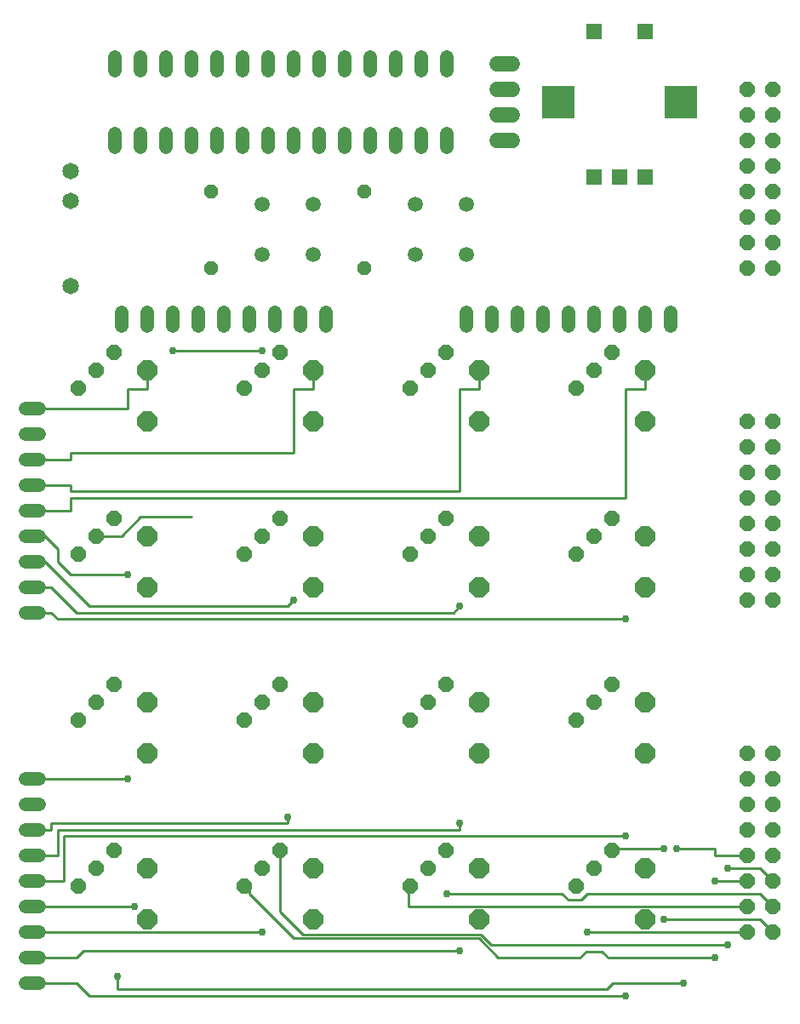
<source format=gtl>
G04 EAGLE Gerber RS-274X export*
G75*
%MOMM*%
%FSLAX34Y34*%
%LPD*%
%INTop Copper*%
%IPPOS*%
%AMOC8*
5,1,8,0,0,1.08239X$1,22.5*%
G01*
%ADD10P,2.110661X8X22.500000*%
%ADD11P,1.632244X8X67.500000*%
%ADD12C,1.650000*%
%ADD13R,1.508000X1.508000*%
%ADD14R,3.216000X3.216000*%
%ADD15C,1.508000*%
%ADD16P,1.649562X8X292.500000*%
%ADD17C,1.320800*%
%ADD18C,1.524000*%
%ADD19P,1.429621X8X112.500000*%
%ADD20P,1.649562X8X112.500000*%
%ADD21C,0.254000*%
%ADD22C,0.756400*%


D10*
X152400Y584200D03*
X152400Y635000D03*
D11*
X101600Y635000D03*
X83640Y617039D03*
X119561Y652961D03*
D10*
X317500Y584200D03*
X317500Y635000D03*
D11*
X266700Y635000D03*
X248740Y617039D03*
X284661Y652961D03*
D10*
X482600Y584200D03*
X482600Y635000D03*
D11*
X431800Y635000D03*
X413840Y617039D03*
X449761Y652961D03*
D10*
X647700Y584200D03*
X647700Y635000D03*
D11*
X596900Y635000D03*
X578940Y617039D03*
X614861Y652961D03*
D10*
X152400Y419100D03*
X152400Y469900D03*
D11*
X101600Y469900D03*
X83640Y451939D03*
X119561Y487861D03*
D10*
X317500Y419100D03*
X317500Y469900D03*
D11*
X266700Y469900D03*
X248740Y451939D03*
X284661Y487861D03*
D10*
X482600Y419100D03*
X482600Y469900D03*
D11*
X431800Y469900D03*
X413840Y451939D03*
X449761Y487861D03*
D10*
X647700Y419100D03*
X647700Y469900D03*
D11*
X596900Y469900D03*
X578940Y451939D03*
X614861Y487861D03*
D10*
X152400Y254000D03*
X152400Y304800D03*
D11*
X101600Y304800D03*
X83640Y286839D03*
X119561Y322761D03*
D10*
X317500Y254000D03*
X317500Y304800D03*
D11*
X266700Y304800D03*
X248740Y286839D03*
X284661Y322761D03*
D10*
X482600Y254000D03*
X482600Y304800D03*
D11*
X431800Y304800D03*
X413840Y286839D03*
X449761Y322761D03*
D10*
X647700Y254000D03*
X647700Y304800D03*
D11*
X596900Y304800D03*
X578940Y286839D03*
X614861Y322761D03*
D10*
X152400Y88900D03*
X152400Y139700D03*
D11*
X101600Y139700D03*
X83640Y121739D03*
X119561Y157661D03*
D10*
X317500Y88900D03*
X317500Y139700D03*
D11*
X266700Y139700D03*
X248740Y121739D03*
X284661Y157661D03*
D10*
X482600Y88900D03*
X482600Y139700D03*
D11*
X431800Y139700D03*
X413840Y121739D03*
X449761Y157661D03*
D10*
X647700Y88900D03*
X647700Y139700D03*
D11*
X596900Y139700D03*
X578940Y121739D03*
X614861Y157661D03*
D12*
X76200Y718350D03*
X76200Y803350D03*
X76200Y833350D03*
D13*
X597300Y826700D03*
X622300Y826700D03*
X647300Y826700D03*
X597300Y971700D03*
X647300Y971700D03*
D14*
X561300Y901700D03*
X683300Y901700D03*
D15*
X419500Y799700D03*
X419500Y749700D03*
X469500Y749700D03*
X469500Y799700D03*
X267100Y799700D03*
X267100Y749700D03*
X317100Y749700D03*
X317100Y799700D03*
D16*
X749300Y584200D03*
X774700Y584200D03*
X749300Y558800D03*
X774700Y558800D03*
X749300Y533400D03*
X774700Y533400D03*
X749300Y508000D03*
X774700Y508000D03*
X749300Y482600D03*
X774700Y482600D03*
X749300Y457200D03*
X774700Y457200D03*
X749300Y431800D03*
X774700Y431800D03*
X749300Y406400D03*
X774700Y406400D03*
X749300Y254000D03*
X774700Y254000D03*
X749300Y228600D03*
X774700Y228600D03*
X749300Y203200D03*
X774700Y203200D03*
X749300Y177800D03*
X774700Y177800D03*
X749300Y152400D03*
X774700Y152400D03*
X749300Y127000D03*
X774700Y127000D03*
X749300Y101600D03*
X774700Y101600D03*
X749300Y76200D03*
X774700Y76200D03*
D17*
X120650Y856996D02*
X120650Y870204D01*
X146050Y870204D02*
X146050Y856996D01*
X171450Y856996D02*
X171450Y870204D01*
X196850Y870204D02*
X196850Y856996D01*
X222250Y856996D02*
X222250Y870204D01*
X247650Y870204D02*
X247650Y856996D01*
X273050Y856996D02*
X273050Y870204D01*
X298450Y870204D02*
X298450Y856996D01*
X323850Y856996D02*
X323850Y870204D01*
X349250Y870204D02*
X349250Y856996D01*
X374650Y856996D02*
X374650Y870204D01*
X400050Y870204D02*
X400050Y856996D01*
X425450Y856996D02*
X425450Y870204D01*
X450850Y870204D02*
X450850Y856996D01*
X450850Y933196D02*
X450850Y946404D01*
X425450Y946404D02*
X425450Y933196D01*
X400050Y933196D02*
X400050Y946404D01*
X374650Y946404D02*
X374650Y933196D01*
X349250Y933196D02*
X349250Y946404D01*
X323850Y946404D02*
X323850Y933196D01*
X298450Y933196D02*
X298450Y946404D01*
X273050Y946404D02*
X273050Y933196D01*
X247650Y933196D02*
X247650Y946404D01*
X222250Y946404D02*
X222250Y933196D01*
X196850Y933196D02*
X196850Y946404D01*
X171450Y946404D02*
X171450Y933196D01*
X146050Y933196D02*
X146050Y946404D01*
X120650Y946404D02*
X120650Y933196D01*
X44704Y596900D02*
X31496Y596900D01*
X31496Y571500D02*
X44704Y571500D01*
X44704Y546100D02*
X31496Y546100D01*
X31496Y520700D02*
X44704Y520700D01*
X44704Y495300D02*
X31496Y495300D01*
X31496Y469900D02*
X44704Y469900D01*
X44704Y444500D02*
X31496Y444500D01*
X31496Y419100D02*
X44704Y419100D01*
X44704Y393700D02*
X31496Y393700D01*
X31496Y228600D02*
X44704Y228600D01*
X44704Y203200D02*
X31496Y203200D01*
X31496Y177800D02*
X44704Y177800D01*
X44704Y152400D02*
X31496Y152400D01*
X31496Y127000D02*
X44704Y127000D01*
X44704Y101600D02*
X31496Y101600D01*
X31496Y76200D02*
X44704Y76200D01*
X44704Y50800D02*
X31496Y50800D01*
X31496Y25400D02*
X44704Y25400D01*
X127000Y679196D02*
X127000Y692404D01*
X152400Y692404D02*
X152400Y679196D01*
X177800Y679196D02*
X177800Y692404D01*
X203200Y692404D02*
X203200Y679196D01*
X228600Y679196D02*
X228600Y692404D01*
X254000Y692404D02*
X254000Y679196D01*
X279400Y679196D02*
X279400Y692404D01*
X304800Y692404D02*
X304800Y679196D01*
X330200Y679196D02*
X330200Y692404D01*
X469900Y692404D02*
X469900Y679196D01*
X495300Y679196D02*
X495300Y692404D01*
X520700Y692404D02*
X520700Y679196D01*
X546100Y679196D02*
X546100Y692404D01*
X571500Y692404D02*
X571500Y679196D01*
X596900Y679196D02*
X596900Y692404D01*
X622300Y692404D02*
X622300Y679196D01*
X647700Y679196D02*
X647700Y692404D01*
X673100Y692404D02*
X673100Y679196D01*
D18*
X515620Y863600D02*
X500380Y863600D01*
X500380Y889000D02*
X515620Y889000D01*
X515620Y914400D02*
X500380Y914400D01*
X500380Y939800D02*
X515620Y939800D01*
D19*
X215900Y736600D03*
X215900Y812800D03*
X368300Y736600D03*
X368300Y812800D03*
D20*
X774700Y736600D03*
X749300Y736600D03*
X774700Y762000D03*
X749300Y762000D03*
X774700Y787400D03*
X749300Y787400D03*
X774700Y812800D03*
X749300Y812800D03*
X774700Y838200D03*
X749300Y838200D03*
X774700Y863600D03*
X749300Y863600D03*
X774700Y889000D03*
X749300Y889000D03*
X774700Y914400D03*
X749300Y914400D03*
D21*
X266700Y654050D02*
X177800Y654050D01*
D22*
X177800Y654050D03*
X266700Y654050D03*
D21*
X127000Y469900D02*
X101600Y469900D01*
X146050Y488950D02*
X196850Y488950D01*
X146050Y488950D02*
X127000Y469900D01*
X762000Y139700D02*
X774700Y127000D01*
X762000Y139700D02*
X730250Y139700D01*
D22*
X730250Y139700D03*
X730250Y63500D03*
D21*
X494697Y63500D01*
X484283Y73914D01*
X307086Y73914D01*
X284661Y96339D02*
X284661Y157661D01*
X284661Y96339D02*
X307086Y73914D01*
X762000Y114300D02*
X774700Y101600D01*
X762000Y114300D02*
X590550Y114300D01*
X584200Y107950D01*
X571500Y107950D01*
X565150Y114300D01*
X450850Y114300D01*
D22*
X450850Y114300D03*
D21*
X614861Y157661D02*
X615950Y158750D01*
X666750Y158750D01*
X666750Y88900D02*
X762000Y88900D01*
X774700Y76200D01*
D22*
X666750Y158750D03*
X666750Y88900D03*
X123042Y31750D03*
D21*
X123042Y19050D01*
D22*
X685800Y25400D03*
X679450Y158750D03*
D21*
X717550Y158750D01*
X717550Y152400D01*
X749300Y152400D01*
X609600Y19050D02*
X123042Y19050D01*
X615950Y25400D02*
X685800Y25400D01*
X615950Y25400D02*
X609600Y19050D01*
X717550Y127000D02*
X749300Y127000D01*
D22*
X717550Y127000D03*
X717550Y50800D03*
D21*
X610971Y50800D01*
X604741Y57030D01*
X589059Y57030D01*
X582829Y50800D01*
X501650Y50800D01*
X482600Y69850D01*
X298450Y69850D02*
X254000Y114300D01*
X254000Y120650D01*
X252911Y121739D01*
X248740Y121739D01*
X298450Y69850D02*
X482600Y69850D01*
X412750Y101600D02*
X749300Y101600D01*
X412750Y101600D02*
X412750Y120650D01*
X413840Y121739D01*
X590550Y76200D02*
X749300Y76200D01*
D22*
X590550Y76200D03*
D21*
X57150Y393700D02*
X38100Y393700D01*
X57150Y393700D02*
X63500Y387350D01*
X628650Y387350D01*
D22*
X628650Y387350D03*
D21*
X57150Y419100D02*
X38100Y419100D01*
X57150Y419100D02*
X82550Y393700D01*
X457200Y393700D01*
X463550Y400050D01*
D22*
X463550Y400050D03*
D21*
X50800Y444500D02*
X38100Y444500D01*
X50800Y444500D02*
X95250Y400050D01*
X292100Y400050D01*
X298450Y406400D01*
D22*
X298450Y406400D03*
D21*
X63500Y457200D02*
X50800Y469900D01*
X63500Y457200D02*
X63500Y444500D01*
X76200Y431800D01*
X133350Y431800D01*
X50800Y469900D02*
X38100Y469900D01*
D22*
X133350Y431800D03*
D21*
X76200Y495300D02*
X38100Y495300D01*
X76200Y495300D02*
X76200Y508000D01*
X628650Y615950D02*
X647700Y615950D01*
X647700Y635000D01*
X628650Y508000D02*
X76200Y508000D01*
X628650Y508000D02*
X628650Y615950D01*
X76200Y520700D02*
X38100Y520700D01*
X76200Y520700D02*
X76200Y514350D01*
X463550Y514350D01*
X463550Y615950D02*
X482600Y615950D01*
X482600Y635000D01*
X463550Y615950D02*
X463550Y514350D01*
X76200Y546100D02*
X38100Y546100D01*
X76200Y546100D02*
X76200Y552450D01*
X298450Y615950D02*
X317500Y615950D01*
X317500Y635000D01*
X298450Y552450D02*
X76200Y552450D01*
X298450Y552450D02*
X298450Y615950D01*
X152400Y615950D02*
X152400Y635000D01*
X133350Y615950D02*
X133350Y596900D01*
X38100Y596900D01*
X133350Y615950D02*
X152400Y615950D01*
X57150Y184150D02*
X57150Y177800D01*
X57150Y184150D02*
X292100Y184150D01*
X292100Y190500D01*
D22*
X292100Y190500D03*
D21*
X57150Y177800D02*
X38100Y177800D01*
X38100Y152400D02*
X63500Y152400D01*
X63500Y177800D01*
X463550Y177800D01*
X463550Y184150D01*
D22*
X463550Y184150D03*
D21*
X69850Y171450D02*
X69850Y127000D01*
D22*
X628650Y171450D03*
D21*
X69850Y127000D02*
X38100Y127000D01*
X69850Y171450D02*
X628650Y171450D01*
X139700Y101600D02*
X38100Y101600D01*
D22*
X139700Y101600D03*
X266700Y76200D03*
D21*
X38100Y76200D01*
X38100Y50800D02*
X82550Y50800D01*
X88900Y57150D01*
X463550Y57150D01*
D22*
X463550Y57150D03*
D21*
X82550Y25400D02*
X38100Y25400D01*
X82550Y25400D02*
X95250Y12700D01*
X628650Y12700D01*
D22*
X628650Y12700D03*
D21*
X133350Y228600D02*
X38100Y228600D01*
D22*
X133350Y228600D03*
M02*

</source>
